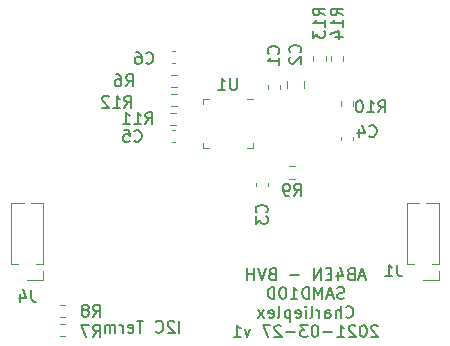
<source format=gbo>
%TF.GenerationSoftware,KiCad,Pcbnew,6.0.9-8da3e8f707~116~ubuntu22.04.1*%
%TF.CreationDate,2022-11-15T19:10:22-05:00*%
%TF.ProjectId,kicad_circular_tracks_test,6b696361-645f-4636-9972-63756c61725f,rev?*%
%TF.SameCoordinates,Original*%
%TF.FileFunction,Legend,Bot*%
%TF.FilePolarity,Positive*%
%FSLAX46Y46*%
G04 Gerber Fmt 4.6, Leading zero omitted, Abs format (unit mm)*
G04 Created by KiCad (PCBNEW 6.0.9-8da3e8f707~116~ubuntu22.04.1) date 2022-11-15 19:10:22*
%MOMM*%
%LPD*%
G01*
G04 APERTURE LIST*
%ADD10C,0.150000*%
%ADD11C,0.120000*%
G04 APERTURE END LIST*
D10*
X145892857Y-117702380D02*
X145892857Y-116702380D01*
X145464285Y-116797619D02*
X145416666Y-116750000D01*
X145321428Y-116702380D01*
X145083333Y-116702380D01*
X144988095Y-116750000D01*
X144940476Y-116797619D01*
X144892857Y-116892857D01*
X144892857Y-116988095D01*
X144940476Y-117130952D01*
X145511904Y-117702380D01*
X144892857Y-117702380D01*
X143892857Y-117607142D02*
X143940476Y-117654761D01*
X144083333Y-117702380D01*
X144178571Y-117702380D01*
X144321428Y-117654761D01*
X144416666Y-117559523D01*
X144464285Y-117464285D01*
X144511904Y-117273809D01*
X144511904Y-117130952D01*
X144464285Y-116940476D01*
X144416666Y-116845238D01*
X144321428Y-116750000D01*
X144178571Y-116702380D01*
X144083333Y-116702380D01*
X143940476Y-116750000D01*
X143892857Y-116797619D01*
X142845238Y-116702380D02*
X142273809Y-116702380D01*
X142559523Y-117702380D02*
X142559523Y-116702380D01*
X141559523Y-117654761D02*
X141654761Y-117702380D01*
X141845238Y-117702380D01*
X141940476Y-117654761D01*
X141988095Y-117559523D01*
X141988095Y-117178571D01*
X141940476Y-117083333D01*
X141845238Y-117035714D01*
X141654761Y-117035714D01*
X141559523Y-117083333D01*
X141511904Y-117178571D01*
X141511904Y-117273809D01*
X141988095Y-117369047D01*
X141083333Y-117702380D02*
X141083333Y-117035714D01*
X141083333Y-117226190D02*
X141035714Y-117130952D01*
X140988095Y-117083333D01*
X140892857Y-117035714D01*
X140797619Y-117035714D01*
X140464285Y-117702380D02*
X140464285Y-117035714D01*
X140464285Y-117130952D02*
X140416666Y-117083333D01*
X140321428Y-117035714D01*
X140178571Y-117035714D01*
X140083333Y-117083333D01*
X140035714Y-117178571D01*
X140035714Y-117702380D01*
X140035714Y-117178571D02*
X139988095Y-117083333D01*
X139892857Y-117035714D01*
X139750000Y-117035714D01*
X139654761Y-117083333D01*
X139607142Y-117178571D01*
X139607142Y-117702380D01*
X161623809Y-112951666D02*
X161147619Y-112951666D01*
X161719047Y-113237380D02*
X161385714Y-112237380D01*
X161052380Y-113237380D01*
X160385714Y-112713571D02*
X160242857Y-112761190D01*
X160195238Y-112808809D01*
X160147619Y-112904047D01*
X160147619Y-113046904D01*
X160195238Y-113142142D01*
X160242857Y-113189761D01*
X160338095Y-113237380D01*
X160719047Y-113237380D01*
X160719047Y-112237380D01*
X160385714Y-112237380D01*
X160290476Y-112285000D01*
X160242857Y-112332619D01*
X160195238Y-112427857D01*
X160195238Y-112523095D01*
X160242857Y-112618333D01*
X160290476Y-112665952D01*
X160385714Y-112713571D01*
X160719047Y-112713571D01*
X159290476Y-112570714D02*
X159290476Y-113237380D01*
X159528571Y-112189761D02*
X159766666Y-112904047D01*
X159147619Y-112904047D01*
X158766666Y-112713571D02*
X158433333Y-112713571D01*
X158290476Y-113237380D02*
X158766666Y-113237380D01*
X158766666Y-112237380D01*
X158290476Y-112237380D01*
X157861904Y-113237380D02*
X157861904Y-112237380D01*
X157290476Y-113237380D01*
X157290476Y-112237380D01*
X156052380Y-112856428D02*
X155290476Y-112856428D01*
X153719047Y-112713571D02*
X153576190Y-112761190D01*
X153528571Y-112808809D01*
X153480952Y-112904047D01*
X153480952Y-113046904D01*
X153528571Y-113142142D01*
X153576190Y-113189761D01*
X153671428Y-113237380D01*
X154052380Y-113237380D01*
X154052380Y-112237380D01*
X153719047Y-112237380D01*
X153623809Y-112285000D01*
X153576190Y-112332619D01*
X153528571Y-112427857D01*
X153528571Y-112523095D01*
X153576190Y-112618333D01*
X153623809Y-112665952D01*
X153719047Y-112713571D01*
X154052380Y-112713571D01*
X153195238Y-112237380D02*
X152861904Y-113237380D01*
X152528571Y-112237380D01*
X152195238Y-113237380D02*
X152195238Y-112237380D01*
X152195238Y-112713571D02*
X151623809Y-112713571D01*
X151623809Y-113237380D02*
X151623809Y-112237380D01*
X159838095Y-114799761D02*
X159695238Y-114847380D01*
X159457142Y-114847380D01*
X159361904Y-114799761D01*
X159314285Y-114752142D01*
X159266666Y-114656904D01*
X159266666Y-114561666D01*
X159314285Y-114466428D01*
X159361904Y-114418809D01*
X159457142Y-114371190D01*
X159647619Y-114323571D01*
X159742857Y-114275952D01*
X159790476Y-114228333D01*
X159838095Y-114133095D01*
X159838095Y-114037857D01*
X159790476Y-113942619D01*
X159742857Y-113895000D01*
X159647619Y-113847380D01*
X159409523Y-113847380D01*
X159266666Y-113895000D01*
X158885714Y-114561666D02*
X158409523Y-114561666D01*
X158980952Y-114847380D02*
X158647619Y-113847380D01*
X158314285Y-114847380D01*
X157980952Y-114847380D02*
X157980952Y-113847380D01*
X157647619Y-114561666D01*
X157314285Y-113847380D01*
X157314285Y-114847380D01*
X156838095Y-114847380D02*
X156838095Y-113847380D01*
X156600000Y-113847380D01*
X156457142Y-113895000D01*
X156361904Y-113990238D01*
X156314285Y-114085476D01*
X156266666Y-114275952D01*
X156266666Y-114418809D01*
X156314285Y-114609285D01*
X156361904Y-114704523D01*
X156457142Y-114799761D01*
X156600000Y-114847380D01*
X156838095Y-114847380D01*
X155314285Y-114847380D02*
X155885714Y-114847380D01*
X155600000Y-114847380D02*
X155600000Y-113847380D01*
X155695238Y-113990238D01*
X155790476Y-114085476D01*
X155885714Y-114133095D01*
X154695238Y-113847380D02*
X154600000Y-113847380D01*
X154504761Y-113895000D01*
X154457142Y-113942619D01*
X154409523Y-114037857D01*
X154361904Y-114228333D01*
X154361904Y-114466428D01*
X154409523Y-114656904D01*
X154457142Y-114752142D01*
X154504761Y-114799761D01*
X154600000Y-114847380D01*
X154695238Y-114847380D01*
X154790476Y-114799761D01*
X154838095Y-114752142D01*
X154885714Y-114656904D01*
X154933333Y-114466428D01*
X154933333Y-114228333D01*
X154885714Y-114037857D01*
X154838095Y-113942619D01*
X154790476Y-113895000D01*
X154695238Y-113847380D01*
X153933333Y-114847380D02*
X153933333Y-113847380D01*
X153695238Y-113847380D01*
X153552380Y-113895000D01*
X153457142Y-113990238D01*
X153409523Y-114085476D01*
X153361904Y-114275952D01*
X153361904Y-114418809D01*
X153409523Y-114609285D01*
X153457142Y-114704523D01*
X153552380Y-114799761D01*
X153695238Y-114847380D01*
X153933333Y-114847380D01*
X159980952Y-116362142D02*
X160028571Y-116409761D01*
X160171428Y-116457380D01*
X160266666Y-116457380D01*
X160409523Y-116409761D01*
X160504761Y-116314523D01*
X160552380Y-116219285D01*
X160600000Y-116028809D01*
X160600000Y-115885952D01*
X160552380Y-115695476D01*
X160504761Y-115600238D01*
X160409523Y-115505000D01*
X160266666Y-115457380D01*
X160171428Y-115457380D01*
X160028571Y-115505000D01*
X159980952Y-115552619D01*
X159552380Y-116457380D02*
X159552380Y-115457380D01*
X159123809Y-116457380D02*
X159123809Y-115933571D01*
X159171428Y-115838333D01*
X159266666Y-115790714D01*
X159409523Y-115790714D01*
X159504761Y-115838333D01*
X159552380Y-115885952D01*
X158219047Y-116457380D02*
X158219047Y-115933571D01*
X158266666Y-115838333D01*
X158361904Y-115790714D01*
X158552380Y-115790714D01*
X158647619Y-115838333D01*
X158219047Y-116409761D02*
X158314285Y-116457380D01*
X158552380Y-116457380D01*
X158647619Y-116409761D01*
X158695238Y-116314523D01*
X158695238Y-116219285D01*
X158647619Y-116124047D01*
X158552380Y-116076428D01*
X158314285Y-116076428D01*
X158219047Y-116028809D01*
X157742857Y-116457380D02*
X157742857Y-115790714D01*
X157742857Y-115981190D02*
X157695238Y-115885952D01*
X157647619Y-115838333D01*
X157552380Y-115790714D01*
X157457142Y-115790714D01*
X156980952Y-116457380D02*
X157076190Y-116409761D01*
X157123809Y-116314523D01*
X157123809Y-115457380D01*
X156600000Y-116457380D02*
X156600000Y-115790714D01*
X156600000Y-115457380D02*
X156647619Y-115505000D01*
X156600000Y-115552619D01*
X156552380Y-115505000D01*
X156600000Y-115457380D01*
X156600000Y-115552619D01*
X155742857Y-116409761D02*
X155838095Y-116457380D01*
X156028571Y-116457380D01*
X156123809Y-116409761D01*
X156171428Y-116314523D01*
X156171428Y-115933571D01*
X156123809Y-115838333D01*
X156028571Y-115790714D01*
X155838095Y-115790714D01*
X155742857Y-115838333D01*
X155695238Y-115933571D01*
X155695238Y-116028809D01*
X156171428Y-116124047D01*
X155266666Y-115790714D02*
X155266666Y-116790714D01*
X155266666Y-115838333D02*
X155171428Y-115790714D01*
X154980952Y-115790714D01*
X154885714Y-115838333D01*
X154838095Y-115885952D01*
X154790476Y-115981190D01*
X154790476Y-116266904D01*
X154838095Y-116362142D01*
X154885714Y-116409761D01*
X154980952Y-116457380D01*
X155171428Y-116457380D01*
X155266666Y-116409761D01*
X154219047Y-116457380D02*
X154314285Y-116409761D01*
X154361904Y-116314523D01*
X154361904Y-115457380D01*
X153457142Y-116409761D02*
X153552380Y-116457380D01*
X153742857Y-116457380D01*
X153838095Y-116409761D01*
X153885714Y-116314523D01*
X153885714Y-115933571D01*
X153838095Y-115838333D01*
X153742857Y-115790714D01*
X153552380Y-115790714D01*
X153457142Y-115838333D01*
X153409523Y-115933571D01*
X153409523Y-116028809D01*
X153885714Y-116124047D01*
X153076190Y-116457380D02*
X152552380Y-115790714D01*
X153076190Y-115790714D02*
X152552380Y-116457380D01*
X162695238Y-117162619D02*
X162647619Y-117115000D01*
X162552380Y-117067380D01*
X162314285Y-117067380D01*
X162219047Y-117115000D01*
X162171428Y-117162619D01*
X162123809Y-117257857D01*
X162123809Y-117353095D01*
X162171428Y-117495952D01*
X162742857Y-118067380D01*
X162123809Y-118067380D01*
X161504761Y-117067380D02*
X161409523Y-117067380D01*
X161314285Y-117115000D01*
X161266666Y-117162619D01*
X161219047Y-117257857D01*
X161171428Y-117448333D01*
X161171428Y-117686428D01*
X161219047Y-117876904D01*
X161266666Y-117972142D01*
X161314285Y-118019761D01*
X161409523Y-118067380D01*
X161504761Y-118067380D01*
X161600000Y-118019761D01*
X161647619Y-117972142D01*
X161695238Y-117876904D01*
X161742857Y-117686428D01*
X161742857Y-117448333D01*
X161695238Y-117257857D01*
X161647619Y-117162619D01*
X161600000Y-117115000D01*
X161504761Y-117067380D01*
X160790476Y-117162619D02*
X160742857Y-117115000D01*
X160647619Y-117067380D01*
X160409523Y-117067380D01*
X160314285Y-117115000D01*
X160266666Y-117162619D01*
X160219047Y-117257857D01*
X160219047Y-117353095D01*
X160266666Y-117495952D01*
X160838095Y-118067380D01*
X160219047Y-118067380D01*
X159266666Y-118067380D02*
X159838095Y-118067380D01*
X159552380Y-118067380D02*
X159552380Y-117067380D01*
X159647619Y-117210238D01*
X159742857Y-117305476D01*
X159838095Y-117353095D01*
X158838095Y-117686428D02*
X158076190Y-117686428D01*
X157409523Y-117067380D02*
X157314285Y-117067380D01*
X157219047Y-117115000D01*
X157171428Y-117162619D01*
X157123809Y-117257857D01*
X157076190Y-117448333D01*
X157076190Y-117686428D01*
X157123809Y-117876904D01*
X157171428Y-117972142D01*
X157219047Y-118019761D01*
X157314285Y-118067380D01*
X157409523Y-118067380D01*
X157504761Y-118019761D01*
X157552380Y-117972142D01*
X157600000Y-117876904D01*
X157647619Y-117686428D01*
X157647619Y-117448333D01*
X157600000Y-117257857D01*
X157552380Y-117162619D01*
X157504761Y-117115000D01*
X157409523Y-117067380D01*
X156742857Y-117067380D02*
X156123809Y-117067380D01*
X156457142Y-117448333D01*
X156314285Y-117448333D01*
X156219047Y-117495952D01*
X156171428Y-117543571D01*
X156123809Y-117638809D01*
X156123809Y-117876904D01*
X156171428Y-117972142D01*
X156219047Y-118019761D01*
X156314285Y-118067380D01*
X156600000Y-118067380D01*
X156695238Y-118019761D01*
X156742857Y-117972142D01*
X155695238Y-117686428D02*
X154933333Y-117686428D01*
X154504761Y-117162619D02*
X154457142Y-117115000D01*
X154361904Y-117067380D01*
X154123809Y-117067380D01*
X154028571Y-117115000D01*
X153980952Y-117162619D01*
X153933333Y-117257857D01*
X153933333Y-117353095D01*
X153980952Y-117495952D01*
X154552380Y-118067380D01*
X153933333Y-118067380D01*
X153600000Y-117067380D02*
X152933333Y-117067380D01*
X153361904Y-118067380D01*
X151885714Y-117400714D02*
X151647619Y-118067380D01*
X151409523Y-117400714D01*
X150504761Y-118067380D02*
X151076190Y-118067380D01*
X150790476Y-118067380D02*
X150790476Y-117067380D01*
X150885714Y-117210238D01*
X150980952Y-117305476D01*
X151076190Y-117353095D01*
%TO.C,R12*%
X141242857Y-98652380D02*
X141576190Y-98176190D01*
X141814285Y-98652380D02*
X141814285Y-97652380D01*
X141433333Y-97652380D01*
X141338095Y-97700000D01*
X141290476Y-97747619D01*
X141242857Y-97842857D01*
X141242857Y-97985714D01*
X141290476Y-98080952D01*
X141338095Y-98128571D01*
X141433333Y-98176190D01*
X141814285Y-98176190D01*
X140290476Y-98652380D02*
X140861904Y-98652380D01*
X140576190Y-98652380D02*
X140576190Y-97652380D01*
X140671428Y-97795238D01*
X140766666Y-97890476D01*
X140861904Y-97938095D01*
X139909523Y-97747619D02*
X139861904Y-97700000D01*
X139766666Y-97652380D01*
X139528571Y-97652380D01*
X139433333Y-97700000D01*
X139385714Y-97747619D01*
X139338095Y-97842857D01*
X139338095Y-97938095D01*
X139385714Y-98080952D01*
X139957142Y-98652380D01*
X139338095Y-98652380D01*
%TO.C,R14*%
X159702380Y-90857142D02*
X159226190Y-90523809D01*
X159702380Y-90285714D02*
X158702380Y-90285714D01*
X158702380Y-90666666D01*
X158750000Y-90761904D01*
X158797619Y-90809523D01*
X158892857Y-90857142D01*
X159035714Y-90857142D01*
X159130952Y-90809523D01*
X159178571Y-90761904D01*
X159226190Y-90666666D01*
X159226190Y-90285714D01*
X159702380Y-91809523D02*
X159702380Y-91238095D01*
X159702380Y-91523809D02*
X158702380Y-91523809D01*
X158845238Y-91428571D01*
X158940476Y-91333333D01*
X158988095Y-91238095D01*
X159035714Y-92666666D02*
X159702380Y-92666666D01*
X158654761Y-92428571D02*
X159369047Y-92190476D01*
X159369047Y-92809523D01*
%TO.C,C4*%
X161966666Y-101057142D02*
X162014285Y-101104761D01*
X162157142Y-101152380D01*
X162252380Y-101152380D01*
X162395238Y-101104761D01*
X162490476Y-101009523D01*
X162538095Y-100914285D01*
X162585714Y-100723809D01*
X162585714Y-100580952D01*
X162538095Y-100390476D01*
X162490476Y-100295238D01*
X162395238Y-100200000D01*
X162252380Y-100152380D01*
X162157142Y-100152380D01*
X162014285Y-100200000D01*
X161966666Y-100247619D01*
X161109523Y-100485714D02*
X161109523Y-101152380D01*
X161347619Y-100104761D02*
X161585714Y-100819047D01*
X160966666Y-100819047D01*
%TO.C,R10*%
X162742857Y-99052380D02*
X163076190Y-98576190D01*
X163314285Y-99052380D02*
X163314285Y-98052380D01*
X162933333Y-98052380D01*
X162838095Y-98100000D01*
X162790476Y-98147619D01*
X162742857Y-98242857D01*
X162742857Y-98385714D01*
X162790476Y-98480952D01*
X162838095Y-98528571D01*
X162933333Y-98576190D01*
X163314285Y-98576190D01*
X161790476Y-99052380D02*
X162361904Y-99052380D01*
X162076190Y-99052380D02*
X162076190Y-98052380D01*
X162171428Y-98195238D01*
X162266666Y-98290476D01*
X162361904Y-98338095D01*
X161171428Y-98052380D02*
X161076190Y-98052380D01*
X160980952Y-98100000D01*
X160933333Y-98147619D01*
X160885714Y-98242857D01*
X160838095Y-98433333D01*
X160838095Y-98671428D01*
X160885714Y-98861904D01*
X160933333Y-98957142D01*
X160980952Y-99004761D01*
X161076190Y-99052380D01*
X161171428Y-99052380D01*
X161266666Y-99004761D01*
X161314285Y-98957142D01*
X161361904Y-98861904D01*
X161409523Y-98671428D01*
X161409523Y-98433333D01*
X161361904Y-98242857D01*
X161314285Y-98147619D01*
X161266666Y-98100000D01*
X161171428Y-98052380D01*
%TO.C,U1*%
X150761904Y-96152380D02*
X150761904Y-96961904D01*
X150714285Y-97057142D01*
X150666666Y-97104761D01*
X150571428Y-97152380D01*
X150380952Y-97152380D01*
X150285714Y-97104761D01*
X150238095Y-97057142D01*
X150190476Y-96961904D01*
X150190476Y-96152380D01*
X149190476Y-97152380D02*
X149761904Y-97152380D01*
X149476190Y-97152380D02*
X149476190Y-96152380D01*
X149571428Y-96295238D01*
X149666666Y-96390476D01*
X149761904Y-96438095D01*
%TO.C,C6*%
X143066666Y-94857142D02*
X143114285Y-94904761D01*
X143257142Y-94952380D01*
X143352380Y-94952380D01*
X143495238Y-94904761D01*
X143590476Y-94809523D01*
X143638095Y-94714285D01*
X143685714Y-94523809D01*
X143685714Y-94380952D01*
X143638095Y-94190476D01*
X143590476Y-94095238D01*
X143495238Y-94000000D01*
X143352380Y-93952380D01*
X143257142Y-93952380D01*
X143114285Y-94000000D01*
X143066666Y-94047619D01*
X142209523Y-93952380D02*
X142400000Y-93952380D01*
X142495238Y-94000000D01*
X142542857Y-94047619D01*
X142638095Y-94190476D01*
X142685714Y-94380952D01*
X142685714Y-94761904D01*
X142638095Y-94857142D01*
X142590476Y-94904761D01*
X142495238Y-94952380D01*
X142304761Y-94952380D01*
X142209523Y-94904761D01*
X142161904Y-94857142D01*
X142114285Y-94761904D01*
X142114285Y-94523809D01*
X142161904Y-94428571D01*
X142209523Y-94380952D01*
X142304761Y-94333333D01*
X142495238Y-94333333D01*
X142590476Y-94380952D01*
X142638095Y-94428571D01*
X142685714Y-94523809D01*
%TO.C,R7*%
X138591666Y-118052380D02*
X138925000Y-117576190D01*
X139163095Y-118052380D02*
X139163095Y-117052380D01*
X138782142Y-117052380D01*
X138686904Y-117100000D01*
X138639285Y-117147619D01*
X138591666Y-117242857D01*
X138591666Y-117385714D01*
X138639285Y-117480952D01*
X138686904Y-117528571D01*
X138782142Y-117576190D01*
X139163095Y-117576190D01*
X138258333Y-117052380D02*
X137591666Y-117052380D01*
X138020238Y-118052380D01*
%TO.C,J4*%
X133333333Y-114087380D02*
X133333333Y-114801666D01*
X133380952Y-114944523D01*
X133476190Y-115039761D01*
X133619047Y-115087380D01*
X133714285Y-115087380D01*
X132428571Y-114420714D02*
X132428571Y-115087380D01*
X132666666Y-114039761D02*
X132904761Y-114754047D01*
X132285714Y-114754047D01*
%TO.C,C3*%
X153265142Y-107529333D02*
X153312761Y-107481714D01*
X153360380Y-107338857D01*
X153360380Y-107243619D01*
X153312761Y-107100761D01*
X153217523Y-107005523D01*
X153122285Y-106957904D01*
X152931809Y-106910285D01*
X152788952Y-106910285D01*
X152598476Y-106957904D01*
X152503238Y-107005523D01*
X152408000Y-107100761D01*
X152360380Y-107243619D01*
X152360380Y-107338857D01*
X152408000Y-107481714D01*
X152455619Y-107529333D01*
X152360380Y-107862666D02*
X152360380Y-108481714D01*
X152741333Y-108148380D01*
X152741333Y-108291238D01*
X152788952Y-108386476D01*
X152836571Y-108434095D01*
X152931809Y-108481714D01*
X153169904Y-108481714D01*
X153265142Y-108434095D01*
X153312761Y-108386476D01*
X153360380Y-108291238D01*
X153360380Y-108005523D01*
X153312761Y-107910285D01*
X153265142Y-107862666D01*
%TO.C,J1*%
X164333333Y-111952380D02*
X164333333Y-112666666D01*
X164380952Y-112809523D01*
X164476190Y-112904761D01*
X164619047Y-112952380D01*
X164714285Y-112952380D01*
X163333333Y-112952380D02*
X163904761Y-112952380D01*
X163619047Y-112952380D02*
X163619047Y-111952380D01*
X163714285Y-112095238D01*
X163809523Y-112190476D01*
X163904761Y-112238095D01*
%TO.C,R11*%
X143017857Y-100052380D02*
X143351190Y-99576190D01*
X143589285Y-100052380D02*
X143589285Y-99052380D01*
X143208333Y-99052380D01*
X143113095Y-99100000D01*
X143065476Y-99147619D01*
X143017857Y-99242857D01*
X143017857Y-99385714D01*
X143065476Y-99480952D01*
X143113095Y-99528571D01*
X143208333Y-99576190D01*
X143589285Y-99576190D01*
X142065476Y-100052380D02*
X142636904Y-100052380D01*
X142351190Y-100052380D02*
X142351190Y-99052380D01*
X142446428Y-99195238D01*
X142541666Y-99290476D01*
X142636904Y-99338095D01*
X141113095Y-100052380D02*
X141684523Y-100052380D01*
X141398809Y-100052380D02*
X141398809Y-99052380D01*
X141494047Y-99195238D01*
X141589285Y-99290476D01*
X141684523Y-99338095D01*
%TO.C,R6*%
X141366666Y-96852380D02*
X141700000Y-96376190D01*
X141938095Y-96852380D02*
X141938095Y-95852380D01*
X141557142Y-95852380D01*
X141461904Y-95900000D01*
X141414285Y-95947619D01*
X141366666Y-96042857D01*
X141366666Y-96185714D01*
X141414285Y-96280952D01*
X141461904Y-96328571D01*
X141557142Y-96376190D01*
X141938095Y-96376190D01*
X140509523Y-95852380D02*
X140700000Y-95852380D01*
X140795238Y-95900000D01*
X140842857Y-95947619D01*
X140938095Y-96090476D01*
X140985714Y-96280952D01*
X140985714Y-96661904D01*
X140938095Y-96757142D01*
X140890476Y-96804761D01*
X140795238Y-96852380D01*
X140604761Y-96852380D01*
X140509523Y-96804761D01*
X140461904Y-96757142D01*
X140414285Y-96661904D01*
X140414285Y-96423809D01*
X140461904Y-96328571D01*
X140509523Y-96280952D01*
X140604761Y-96233333D01*
X140795238Y-96233333D01*
X140890476Y-96280952D01*
X140938095Y-96328571D01*
X140985714Y-96423809D01*
%TO.C,R9*%
X155614666Y-106116380D02*
X155948000Y-105640190D01*
X156186095Y-106116380D02*
X156186095Y-105116380D01*
X155805142Y-105116380D01*
X155709904Y-105164000D01*
X155662285Y-105211619D01*
X155614666Y-105306857D01*
X155614666Y-105449714D01*
X155662285Y-105544952D01*
X155709904Y-105592571D01*
X155805142Y-105640190D01*
X156186095Y-105640190D01*
X155138476Y-106116380D02*
X154948000Y-106116380D01*
X154852761Y-106068761D01*
X154805142Y-106021142D01*
X154709904Y-105878285D01*
X154662285Y-105687809D01*
X154662285Y-105306857D01*
X154709904Y-105211619D01*
X154757523Y-105164000D01*
X154852761Y-105116380D01*
X155043238Y-105116380D01*
X155138476Y-105164000D01*
X155186095Y-105211619D01*
X155233714Y-105306857D01*
X155233714Y-105544952D01*
X155186095Y-105640190D01*
X155138476Y-105687809D01*
X155043238Y-105735428D01*
X154852761Y-105735428D01*
X154757523Y-105687809D01*
X154709904Y-105640190D01*
X154662285Y-105544952D01*
%TO.C,C1*%
X154257142Y-94083333D02*
X154304761Y-94035714D01*
X154352380Y-93892857D01*
X154352380Y-93797619D01*
X154304761Y-93654761D01*
X154209523Y-93559523D01*
X154114285Y-93511904D01*
X153923809Y-93464285D01*
X153780952Y-93464285D01*
X153590476Y-93511904D01*
X153495238Y-93559523D01*
X153400000Y-93654761D01*
X153352380Y-93797619D01*
X153352380Y-93892857D01*
X153400000Y-94035714D01*
X153447619Y-94083333D01*
X154352380Y-95035714D02*
X154352380Y-94464285D01*
X154352380Y-94750000D02*
X153352380Y-94750000D01*
X153495238Y-94654761D01*
X153590476Y-94559523D01*
X153638095Y-94464285D01*
%TO.C,R13*%
X158202380Y-90857142D02*
X157726190Y-90523809D01*
X158202380Y-90285714D02*
X157202380Y-90285714D01*
X157202380Y-90666666D01*
X157250000Y-90761904D01*
X157297619Y-90809523D01*
X157392857Y-90857142D01*
X157535714Y-90857142D01*
X157630952Y-90809523D01*
X157678571Y-90761904D01*
X157726190Y-90666666D01*
X157726190Y-90285714D01*
X158202380Y-91809523D02*
X158202380Y-91238095D01*
X158202380Y-91523809D02*
X157202380Y-91523809D01*
X157345238Y-91428571D01*
X157440476Y-91333333D01*
X157488095Y-91238095D01*
X157202380Y-92142857D02*
X157202380Y-92761904D01*
X157583333Y-92428571D01*
X157583333Y-92571428D01*
X157630952Y-92666666D01*
X157678571Y-92714285D01*
X157773809Y-92761904D01*
X158011904Y-92761904D01*
X158107142Y-92714285D01*
X158154761Y-92666666D01*
X158202380Y-92571428D01*
X158202380Y-92285714D01*
X158154761Y-92190476D01*
X158107142Y-92142857D01*
%TO.C,C5*%
X142066666Y-101457142D02*
X142114285Y-101504761D01*
X142257142Y-101552380D01*
X142352380Y-101552380D01*
X142495238Y-101504761D01*
X142590476Y-101409523D01*
X142638095Y-101314285D01*
X142685714Y-101123809D01*
X142685714Y-100980952D01*
X142638095Y-100790476D01*
X142590476Y-100695238D01*
X142495238Y-100600000D01*
X142352380Y-100552380D01*
X142257142Y-100552380D01*
X142114285Y-100600000D01*
X142066666Y-100647619D01*
X141161904Y-100552380D02*
X141638095Y-100552380D01*
X141685714Y-101028571D01*
X141638095Y-100980952D01*
X141542857Y-100933333D01*
X141304761Y-100933333D01*
X141209523Y-100980952D01*
X141161904Y-101028571D01*
X141114285Y-101123809D01*
X141114285Y-101361904D01*
X141161904Y-101457142D01*
X141209523Y-101504761D01*
X141304761Y-101552380D01*
X141542857Y-101552380D01*
X141638095Y-101504761D01*
X141685714Y-101457142D01*
%TO.C,R8*%
X138591666Y-116352380D02*
X138925000Y-115876190D01*
X139163095Y-116352380D02*
X139163095Y-115352380D01*
X138782142Y-115352380D01*
X138686904Y-115400000D01*
X138639285Y-115447619D01*
X138591666Y-115542857D01*
X138591666Y-115685714D01*
X138639285Y-115780952D01*
X138686904Y-115828571D01*
X138782142Y-115876190D01*
X139163095Y-115876190D01*
X138020238Y-115780952D02*
X138115476Y-115733333D01*
X138163095Y-115685714D01*
X138210714Y-115590476D01*
X138210714Y-115542857D01*
X138163095Y-115447619D01*
X138115476Y-115400000D01*
X138020238Y-115352380D01*
X137829761Y-115352380D01*
X137734523Y-115400000D01*
X137686904Y-115447619D01*
X137639285Y-115542857D01*
X137639285Y-115590476D01*
X137686904Y-115685714D01*
X137734523Y-115733333D01*
X137829761Y-115780952D01*
X138020238Y-115780952D01*
X138115476Y-115828571D01*
X138163095Y-115876190D01*
X138210714Y-115971428D01*
X138210714Y-116161904D01*
X138163095Y-116257142D01*
X138115476Y-116304761D01*
X138020238Y-116352380D01*
X137829761Y-116352380D01*
X137734523Y-116304761D01*
X137686904Y-116257142D01*
X137639285Y-116161904D01*
X137639285Y-115971428D01*
X137686904Y-115876190D01*
X137734523Y-115828571D01*
X137829761Y-115780952D01*
%TO.C,C2*%
X156107142Y-93983333D02*
X156154761Y-93935714D01*
X156202380Y-93792857D01*
X156202380Y-93697619D01*
X156154761Y-93554761D01*
X156059523Y-93459523D01*
X155964285Y-93411904D01*
X155773809Y-93364285D01*
X155630952Y-93364285D01*
X155440476Y-93411904D01*
X155345238Y-93459523D01*
X155250000Y-93554761D01*
X155202380Y-93697619D01*
X155202380Y-93792857D01*
X155250000Y-93935714D01*
X155297619Y-93983333D01*
X155297619Y-94364285D02*
X155250000Y-94411904D01*
X155202380Y-94507142D01*
X155202380Y-94745238D01*
X155250000Y-94840476D01*
X155297619Y-94888095D01*
X155392857Y-94935714D01*
X155488095Y-94935714D01*
X155630952Y-94888095D01*
X156202380Y-94316666D01*
X156202380Y-94935714D01*
D11*
%TO.C,R12*%
X145187742Y-98522500D02*
X145662258Y-98522500D01*
X145187742Y-97477500D02*
X145662258Y-97477500D01*
%TO.C,R14*%
X159772500Y-94737258D02*
X159772500Y-94262742D01*
X158727500Y-94737258D02*
X158727500Y-94262742D01*
%TO.C,C4*%
X160610000Y-101134420D02*
X160610000Y-101415580D01*
X159590000Y-101134420D02*
X159590000Y-101415580D01*
%TO.C,R10*%
X160622500Y-98062742D02*
X160622500Y-98537258D01*
X159577500Y-98062742D02*
X159577500Y-98537258D01*
%TO.C,U1*%
X152110000Y-102110000D02*
X152110000Y-101635000D01*
X148365000Y-102110000D02*
X147890000Y-102110000D01*
X151635000Y-102110000D02*
X152110000Y-102110000D01*
X147890000Y-97890000D02*
X147890000Y-98365000D01*
X151635000Y-97890000D02*
X152110000Y-97890000D01*
X148365000Y-97890000D02*
X147890000Y-97890000D01*
X147890000Y-102110000D02*
X147890000Y-101635000D01*
%TO.C,C6*%
X145540580Y-93890000D02*
X145259420Y-93890000D01*
X145540580Y-94910000D02*
X145259420Y-94910000D01*
%TO.C,R7*%
X135762742Y-118022500D02*
X136237258Y-118022500D01*
X135762742Y-116977500D02*
X136237258Y-116977500D01*
%TO.C,J4*%
X131670000Y-106725000D02*
X132692470Y-106725000D01*
X133760000Y-111865000D02*
X134330000Y-111865000D01*
X134330000Y-111865000D02*
X134330000Y-106725000D01*
X133000000Y-113260000D02*
X134330000Y-113260000D01*
X134330000Y-113260000D02*
X134330000Y-112500000D01*
X133307530Y-106725000D02*
X134330000Y-106725000D01*
X131670000Y-111865000D02*
X132240000Y-111865000D01*
X131670000Y-111865000D02*
X131670000Y-106725000D01*
%TO.C,C3*%
X152398000Y-105015420D02*
X152398000Y-105296580D01*
X153418000Y-105015420D02*
X153418000Y-105296580D01*
%TO.C,J1*%
X167260000Y-111865000D02*
X167830000Y-111865000D01*
X165170000Y-106725000D02*
X166192470Y-106725000D01*
X167830000Y-111865000D02*
X167830000Y-106725000D01*
X166807530Y-106725000D02*
X167830000Y-106725000D01*
X167830000Y-113260000D02*
X167830000Y-112500000D01*
X165170000Y-111865000D02*
X165170000Y-106725000D01*
X165170000Y-111865000D02*
X165740000Y-111865000D01*
X166500000Y-113260000D02*
X167830000Y-113260000D01*
%TO.C,R11*%
X145137742Y-99077500D02*
X145612258Y-99077500D01*
X145137742Y-100122500D02*
X145612258Y-100122500D01*
%TO.C,R6*%
X145187742Y-96922500D02*
X145662258Y-96922500D01*
X145187742Y-95877500D02*
X145662258Y-95877500D01*
%TO.C,R9*%
X155685258Y-104662500D02*
X155210742Y-104662500D01*
X155685258Y-103617500D02*
X155210742Y-103617500D01*
%TO.C,C1*%
X153390000Y-97040580D02*
X153390000Y-96759420D01*
X154410000Y-97040580D02*
X154410000Y-96759420D01*
%TO.C,R13*%
X157227500Y-94262742D02*
X157227500Y-94737258D01*
X158272500Y-94262742D02*
X158272500Y-94737258D01*
%TO.C,C5*%
X145540580Y-101610000D02*
X145259420Y-101610000D01*
X145540580Y-100590000D02*
X145259420Y-100590000D01*
%TO.C,R8*%
X135762742Y-115377500D02*
X136237258Y-115377500D01*
X135762742Y-116422500D02*
X136237258Y-116422500D01*
%TO.C,C2*%
X154965000Y-96961252D02*
X154965000Y-96438748D01*
X156435000Y-96961252D02*
X156435000Y-96438748D01*
%TD*%
M02*

</source>
